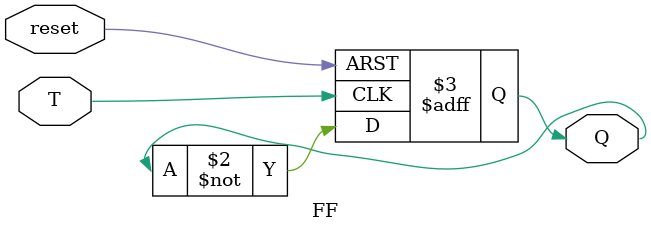
<source format=v>
`timescale 1ns / 1ps


module FF(T,reset, Q);
	input T, reset;
	output reg Q;	
	always @(posedge T or posedge reset)begin
		if (reset)
			Q <= 0;
		else if (T)
			Q <= ~Q;
	end //end always	
endmodule

</source>
